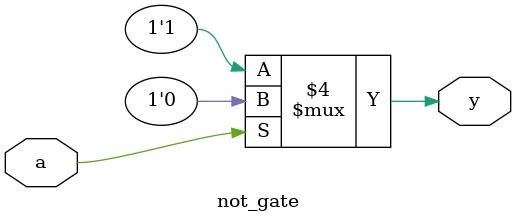
<source format=v>
`timescale 1ns / 1ps

 

module not_gate(
    input wire a,
    output reg y
    );
    
     always @(*) begin
        if (a == 1'b1)
            y = 1'b0;
        else
            y = 1'b1;
     end
endmodule

</source>
